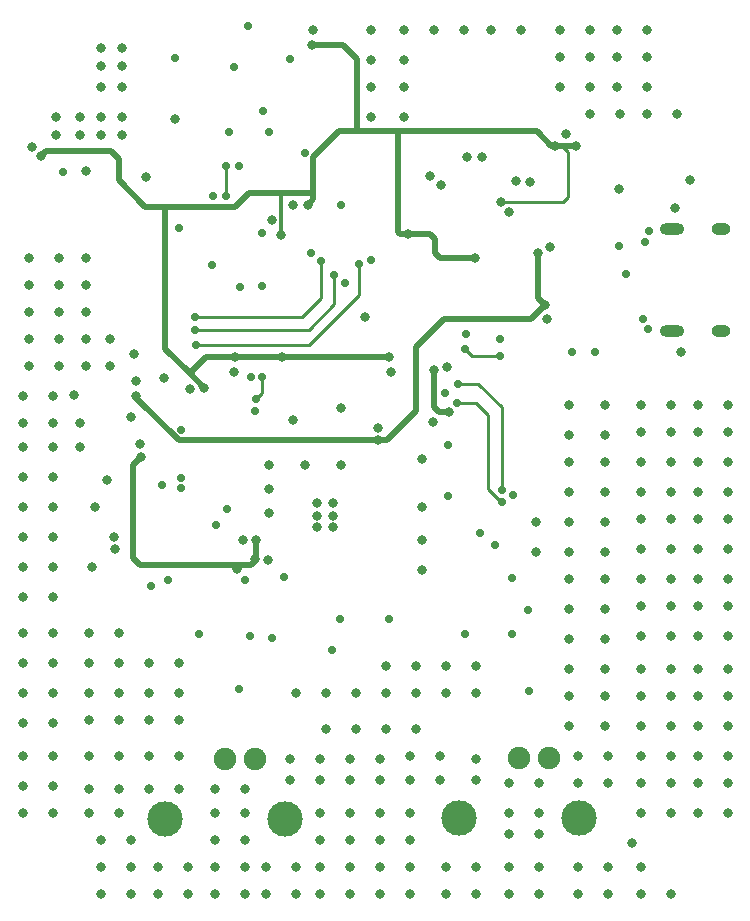
<source format=gbr>
%TF.GenerationSoftware,KiCad,Pcbnew,(6.0.9)*%
%TF.CreationDate,2022-11-20T17:42:03-05:00*%
%TF.ProjectId,Nemesis-MixSigPCB,4e656d65-7369-4732-9d4d-697853696750,rev?*%
%TF.SameCoordinates,Original*%
%TF.FileFunction,Copper,L4,Bot*%
%TF.FilePolarity,Positive*%
%FSLAX46Y46*%
G04 Gerber Fmt 4.6, Leading zero omitted, Abs format (unit mm)*
G04 Created by KiCad (PCBNEW (6.0.9)) date 2022-11-20 17:42:03*
%MOMM*%
%LPD*%
G01*
G04 APERTURE LIST*
%TA.AperFunction,ComponentPad*%
%ADD10C,1.900000*%
%TD*%
%TA.AperFunction,ComponentPad*%
%ADD11C,3.000000*%
%TD*%
%TA.AperFunction,ComponentPad*%
%ADD12O,1.600000X1.000000*%
%TD*%
%TA.AperFunction,ComponentPad*%
%ADD13O,2.100000X1.000000*%
%TD*%
%TA.AperFunction,ViaPad*%
%ADD14C,0.800000*%
%TD*%
%TA.AperFunction,ViaPad*%
%ADD15C,0.700000*%
%TD*%
%TA.AperFunction,Conductor*%
%ADD16C,0.500000*%
%TD*%
%TA.AperFunction,Conductor*%
%ADD17C,0.293370*%
%TD*%
%TA.AperFunction,Conductor*%
%ADD18C,0.300000*%
%TD*%
G04 APERTURE END LIST*
D10*
%TO.P,J400,1,In*%
%TO.N,/DAC/OUT*%
X80800000Y-127000000D03*
D11*
%TO.P,J400,2,Ext*%
%TO.N,GND*%
X75720000Y-132080000D03*
X85880000Y-132080000D03*
D10*
X83340000Y-127000000D03*
%TD*%
D12*
%TO.P,J200,S1,SHIELD*%
%TO.N,GND*%
X97922157Y-82212157D03*
D13*
X93742157Y-90852157D03*
D12*
X97922157Y-90852157D03*
D13*
X93742157Y-82212157D03*
%TD*%
D10*
%TO.P,J300,1,In*%
%TO.N,/ADC/IN*%
X55900000Y-127100000D03*
D11*
%TO.P,J300,2,Ext*%
%TO.N,GND*%
X50820000Y-132180000D03*
X60980000Y-132180000D03*
D10*
X58440000Y-127100000D03*
%TD*%
D14*
%TO.N,GND*%
X69544000Y-119222000D03*
X72084000Y-119222000D03*
X77164000Y-119222000D03*
X74624000Y-119222000D03*
X82244000Y-109570000D03*
X82244000Y-107030000D03*
X72592000Y-111094000D03*
X72592000Y-108554000D03*
X72592000Y-105760000D03*
X72592000Y-101696000D03*
X61670000Y-98394000D03*
X65734000Y-97378000D03*
X59638000Y-106268000D03*
X59638000Y-104236000D03*
X65734000Y-102204000D03*
X62686000Y-102204000D03*
X59638000Y-102204000D03*
X64464000Y-121508000D03*
X61924000Y-121508000D03*
X67004000Y-121508000D03*
X74624000Y-121508000D03*
X72084000Y-121508000D03*
X69544000Y-121508000D03*
X77164000Y-121508000D03*
X69544000Y-124556000D03*
X67004000Y-124556000D03*
X64464000Y-124556000D03*
X72084000Y-124556000D03*
X85038000Y-107030000D03*
X85038000Y-99664000D03*
X85038000Y-101950000D03*
X85038000Y-124302000D03*
X85038000Y-97124000D03*
X85038000Y-109570000D03*
X85038000Y-121762000D03*
X85038000Y-116936000D03*
X85038000Y-104490000D03*
X85038000Y-114396000D03*
X85038000Y-119476000D03*
X85038000Y-111856000D03*
X88086000Y-119476000D03*
X88086000Y-116936000D03*
X88086000Y-121762000D03*
X88086000Y-124302000D03*
X88086000Y-109570000D03*
X88086000Y-107030000D03*
X88086000Y-111856000D03*
X88086000Y-114396000D03*
X88086000Y-99664000D03*
X88086000Y-97124000D03*
X88086000Y-101950000D03*
X88086000Y-104490000D03*
X68274000Y-67914000D03*
X68274000Y-65374000D03*
X68274000Y-70200000D03*
X68274000Y-72740000D03*
X71068000Y-67914000D03*
X71068000Y-65374000D03*
X71068000Y-70200000D03*
X71068000Y-72740000D03*
X78434000Y-65374000D03*
X80974000Y-65374000D03*
X76148000Y-65374000D03*
X73608000Y-65374000D03*
X91642000Y-72486000D03*
X94182000Y-72486000D03*
X89356000Y-72486000D03*
X86816000Y-72486000D03*
X86816000Y-65374000D03*
X89102000Y-67660000D03*
X89102000Y-70200000D03*
X86816000Y-67660000D03*
X84276000Y-67660000D03*
X91642000Y-67660000D03*
X84276000Y-65374000D03*
X84276000Y-70200000D03*
X91642000Y-65374000D03*
X91642000Y-70200000D03*
X86816000Y-70200000D03*
X89102000Y-65374000D03*
X93674000Y-97124000D03*
X95960000Y-99410000D03*
X95960000Y-101950000D03*
X93674000Y-99410000D03*
X91134000Y-99410000D03*
X98500000Y-99410000D03*
X91134000Y-97124000D03*
X91134000Y-101950000D03*
X98500000Y-97124000D03*
X98500000Y-101950000D03*
X93674000Y-101950000D03*
X95960000Y-97124000D03*
X93674000Y-104490000D03*
X95960000Y-106776000D03*
X95960000Y-109316000D03*
X93674000Y-106776000D03*
X91134000Y-106776000D03*
X98500000Y-106776000D03*
X91134000Y-104490000D03*
X91134000Y-109316000D03*
X98500000Y-104490000D03*
X98500000Y-109316000D03*
X93674000Y-109316000D03*
X95960000Y-104490000D03*
X93674000Y-111856000D03*
X95960000Y-114142000D03*
X95960000Y-116682000D03*
X93674000Y-114142000D03*
X91134000Y-114142000D03*
X98500000Y-114142000D03*
X91134000Y-111856000D03*
X91134000Y-116682000D03*
X98500000Y-111856000D03*
X98500000Y-116682000D03*
X93674000Y-116682000D03*
X95960000Y-111856000D03*
X93674000Y-119476000D03*
X95960000Y-121762000D03*
X95960000Y-124302000D03*
X93674000Y-121762000D03*
X91134000Y-121762000D03*
X98500000Y-121762000D03*
X91134000Y-119476000D03*
X91134000Y-124302000D03*
X98500000Y-119476000D03*
X98500000Y-124302000D03*
X93674000Y-124302000D03*
X95960000Y-119476000D03*
X98500000Y-131668000D03*
X95960000Y-131668000D03*
X98500000Y-129128000D03*
X95960000Y-129128000D03*
X98500000Y-126842000D03*
X95960000Y-126842000D03*
X93674000Y-126842000D03*
X91134000Y-126842000D03*
X90372000Y-134208000D03*
X91134000Y-136240000D03*
X93674000Y-138526000D03*
X91134000Y-138526000D03*
X93674000Y-131668000D03*
X91134000Y-131668000D03*
X93674000Y-129128000D03*
X91134000Y-129128000D03*
X88340000Y-126842000D03*
X85800000Y-126842000D03*
X88340000Y-129128000D03*
X85800000Y-129128000D03*
X88340000Y-138526000D03*
X85800000Y-138526000D03*
X88340000Y-136240000D03*
X85800000Y-136240000D03*
X82498000Y-138526000D03*
X79958000Y-138526000D03*
X77164000Y-127096000D03*
X77164000Y-128874000D03*
X82498000Y-129128000D03*
X79958000Y-129128000D03*
X82498000Y-131668000D03*
X79958000Y-131668000D03*
X82498000Y-133446000D03*
X79958000Y-133446000D03*
X82498000Y-136240000D03*
X79958000Y-136240000D03*
X77164000Y-138526000D03*
X74624000Y-138526000D03*
X77164000Y-136240000D03*
X74624000Y-136240000D03*
X74116000Y-126842000D03*
X71576000Y-126842000D03*
X74116000Y-128874000D03*
X71576000Y-128874000D03*
X71576000Y-138526000D03*
X69036000Y-138526000D03*
X71576000Y-136240000D03*
X69036000Y-136240000D03*
X71576000Y-133954000D03*
X69036000Y-133954000D03*
X71576000Y-131668000D03*
X69036000Y-131668000D03*
X69036000Y-127096000D03*
X66496000Y-127096000D03*
X69036000Y-128874000D03*
X66496000Y-128874000D03*
X61924000Y-138526000D03*
X59384000Y-138526000D03*
X61924000Y-136240000D03*
X59384000Y-136240000D03*
X66496000Y-138526000D03*
X63956000Y-138526000D03*
X66496000Y-136240000D03*
X63956000Y-136240000D03*
X66496000Y-133954000D03*
X63956000Y-133954000D03*
X66496000Y-131668000D03*
X63956000Y-131668000D03*
X63956000Y-128874000D03*
X61416000Y-128874000D03*
X63956000Y-127096000D03*
X61416000Y-127096000D03*
X52780000Y-138526000D03*
X50240000Y-138526000D03*
X52780000Y-136240000D03*
X50240000Y-136240000D03*
X57606000Y-138526000D03*
X55066000Y-138526000D03*
X57606000Y-136240000D03*
X55066000Y-136240000D03*
X57606000Y-133954000D03*
X55066000Y-133954000D03*
X57606000Y-131668000D03*
X55066000Y-131668000D03*
X57606000Y-129636000D03*
X55066000Y-129636000D03*
X47954000Y-138526000D03*
X45414000Y-138526000D03*
X47954000Y-136240000D03*
X45414000Y-136240000D03*
X47954000Y-133954000D03*
X45414000Y-133954000D03*
X46938000Y-131668000D03*
X44398000Y-131668000D03*
X49478000Y-129636000D03*
X52018000Y-129636000D03*
X46938000Y-129636000D03*
X44398000Y-129636000D03*
X49478000Y-126842000D03*
X52018000Y-126842000D03*
X46938000Y-126842000D03*
X44398000Y-126842000D03*
X52018000Y-123794000D03*
X49478000Y-123794000D03*
X46938000Y-123794000D03*
X44398000Y-123794000D03*
X52018000Y-121508000D03*
X49478000Y-121508000D03*
X52018000Y-118968000D03*
X49478000Y-118968000D03*
X46938000Y-121508000D03*
X44398000Y-121508000D03*
X46938000Y-118968000D03*
X44398000Y-118968000D03*
X46938000Y-116428000D03*
X44398000Y-116428000D03*
X44652000Y-110840000D03*
X44906000Y-105760000D03*
X45922000Y-103474000D03*
X47954000Y-98140000D03*
X44144000Y-77312000D03*
X49224000Y-77820000D03*
X50748000Y-94838000D03*
X48208000Y-92806000D03*
X41350000Y-131668000D03*
X38810000Y-131668000D03*
X41350000Y-129382000D03*
X38810000Y-129382000D03*
X41350000Y-126842000D03*
X38810000Y-126842000D03*
X41350000Y-124048000D03*
X38810000Y-124048000D03*
X41308895Y-121480731D03*
X38768895Y-121480731D03*
X41350000Y-118968000D03*
X38810000Y-118968000D03*
X41350000Y-116428000D03*
X38810000Y-116428000D03*
X41350000Y-113380000D03*
X38810000Y-113380000D03*
X41350000Y-110840000D03*
X38810000Y-110840000D03*
X41350000Y-108300000D03*
X38810000Y-108300000D03*
X41350000Y-105760000D03*
X38810000Y-105760000D03*
X41350000Y-103220000D03*
X38810000Y-103220000D03*
X38810000Y-100680000D03*
X41350000Y-100680000D03*
X43636000Y-100680000D03*
X38810000Y-96362000D03*
X38810000Y-98648000D03*
X41350000Y-98648000D03*
X43636000Y-98648000D03*
X41350000Y-96362000D03*
X46176000Y-93822000D03*
X46176000Y-91536000D03*
X39318000Y-93822000D03*
X44144000Y-93822000D03*
X41858000Y-93822000D03*
X39318000Y-91536000D03*
X44144000Y-91536000D03*
X41858000Y-91536000D03*
X39318000Y-89250000D03*
X44144000Y-89250000D03*
X41858000Y-89250000D03*
X39318000Y-86964000D03*
X44144000Y-86964000D03*
X41858000Y-86964000D03*
X44144000Y-84678000D03*
X41858000Y-84678000D03*
X39318000Y-84678000D03*
X41604000Y-74264000D03*
X43636000Y-74264000D03*
X47192000Y-74264000D03*
X45414000Y-74264000D03*
X41604000Y-72740000D03*
X43636000Y-72740000D03*
X45414000Y-72740000D03*
X47192000Y-72740000D03*
X47192000Y-70200000D03*
X45414000Y-70200000D03*
X45414000Y-68422000D03*
X47192000Y-68422000D03*
X47192000Y-66898000D03*
X45414000Y-66898000D03*
X73550000Y-98510000D03*
D15*
X65640000Y-115190000D03*
D14*
X63680000Y-105400000D03*
D15*
X87200000Y-92630000D03*
X89852157Y-86042157D03*
X65720000Y-80200000D03*
D14*
X61660000Y-80180000D03*
D15*
X59067500Y-82540000D03*
X91782157Y-82382157D03*
D14*
X46490000Y-108280000D03*
D15*
X89270000Y-83600000D03*
X59160000Y-72230000D03*
D14*
X48410000Y-95090000D03*
D15*
X91742157Y-90702157D03*
X57100000Y-76880000D03*
X78760000Y-108930000D03*
X76320000Y-91070000D03*
X79220000Y-91530000D03*
X80310000Y-104740000D03*
X56640000Y-68490000D03*
X69800000Y-115240000D03*
D14*
X51710000Y-72910000D03*
D15*
X56080000Y-105900000D03*
D14*
X48750000Y-100410000D03*
D15*
X91462157Y-83262157D03*
X57070000Y-121150000D03*
X51040000Y-111890000D03*
X85280000Y-92640000D03*
D14*
X46550000Y-109250000D03*
D15*
X52160000Y-103290000D03*
D14*
X63680000Y-107430000D03*
X69940000Y-94260000D03*
X93990000Y-80440000D03*
X89300000Y-78840000D03*
D15*
X52150000Y-104150000D03*
D14*
X79940000Y-80720000D03*
D15*
X52210000Y-99170000D03*
D14*
X95310000Y-78020000D03*
D15*
X57570000Y-111950000D03*
X91312157Y-89772157D03*
D14*
X39550000Y-75260000D03*
D15*
X53680000Y-116470000D03*
X74790000Y-100440000D03*
X56240000Y-74000000D03*
X74760000Y-104810000D03*
D14*
X67740000Y-89610000D03*
X74690000Y-93850000D03*
D15*
X62640000Y-75730000D03*
X55170000Y-107280000D03*
X58997500Y-87060000D03*
X74540000Y-96110000D03*
D14*
X59550000Y-110200000D03*
D15*
X52017500Y-82120000D03*
X80230000Y-111730000D03*
D14*
X76420000Y-76130000D03*
D15*
X81650000Y-121310000D03*
X57197500Y-87070000D03*
D14*
X80560000Y-78150000D03*
X68860000Y-99010000D03*
D15*
X76250000Y-116480000D03*
X57870000Y-65000000D03*
X60900000Y-111650000D03*
X64980000Y-117830000D03*
X57990000Y-116690000D03*
D14*
X57390000Y-108490000D03*
D15*
X68267500Y-84790000D03*
D14*
X43130000Y-96270000D03*
X74180000Y-78480000D03*
D15*
X59650000Y-73990000D03*
D14*
X65040000Y-105410000D03*
D15*
X80200000Y-116450000D03*
X58470000Y-97620000D03*
D14*
X84750000Y-74150000D03*
X83140000Y-89790000D03*
X81760000Y-78180000D03*
X65030000Y-106500000D03*
X59880000Y-81430000D03*
X83420000Y-83760000D03*
D15*
X51700000Y-67740000D03*
X42160000Y-77360000D03*
D14*
X52970000Y-95750000D03*
D15*
X61390000Y-67770000D03*
X66060000Y-86750000D03*
D14*
X56700000Y-94270000D03*
X65060000Y-107440000D03*
X94490000Y-92600000D03*
X73240000Y-77730000D03*
D15*
X77490000Y-107970000D03*
X54860000Y-79390000D03*
X50610000Y-103870000D03*
D14*
X63680000Y-106510000D03*
D15*
X49655000Y-112455000D03*
D14*
X77630000Y-76110000D03*
D15*
X81570000Y-114410000D03*
X63197500Y-84200000D03*
X58090000Y-94730000D03*
D14*
X63340000Y-65320000D03*
D15*
X54837500Y-85200000D03*
X59880000Y-116850000D03*
D14*
%TO.N,+5V*%
X68870000Y-100070000D03*
X82970000Y-88660000D03*
X82370000Y-84230000D03*
X48390000Y-96300000D03*
%TO.N,+3.3VA*%
X48790000Y-101520000D03*
X56940000Y-110960000D03*
X58470000Y-110156185D03*
X58500000Y-108550000D03*
%TO.N,+3V3*%
X60770000Y-93050000D03*
X54130000Y-95620000D03*
X74850000Y-97720000D03*
X60680000Y-82730000D03*
X63300000Y-66600000D03*
X40330000Y-76030000D03*
X62900000Y-80130000D03*
X73560000Y-94160000D03*
X79290000Y-79920000D03*
X69750000Y-93050000D03*
X77050000Y-84650000D03*
X71370000Y-82630000D03*
X56710000Y-93050000D03*
X83880000Y-75150000D03*
X85610000Y-75130000D03*
D15*
%TO.N,SPI2_NSS*%
X79180000Y-92910000D03*
X76260000Y-92340000D03*
%TO.N,SPI1_NSS*%
X59040000Y-94760000D03*
X58510000Y-96580000D03*
%TO.N,/MCU/TIM4_CH3*%
X64060000Y-84870000D03*
X53350000Y-89650000D03*
%TO.N,/MCU/TIM4_CH1*%
X67270000Y-85150000D03*
X53440000Y-92050000D03*
%TO.N,/MCU/TIM4_CH2*%
X53370000Y-90750000D03*
X65170000Y-86110000D03*
%TO.N,/MCU/SWO*%
X55950000Y-79380000D03*
X55970000Y-76880000D03*
%TO.N,DAC_NCLR*%
X79350000Y-105330000D03*
X75520000Y-96910000D03*
%TO.N,DAC_NLDAC*%
X75610000Y-95290000D03*
X79370000Y-104250000D03*
%TD*%
D16*
%TO.N,+5V*%
X74410000Y-89850000D02*
X72370000Y-91890000D01*
X82370000Y-88060000D02*
X82970000Y-88660000D01*
X82370000Y-84230000D02*
X82370000Y-88060000D01*
X72080000Y-97630000D02*
X69640000Y-100070000D01*
X51978629Y-100070000D02*
X48390000Y-96481371D01*
X82970000Y-88660000D02*
X82460000Y-89170000D01*
X72370000Y-91890000D02*
X72080000Y-92180000D01*
X75120000Y-89850000D02*
X74410000Y-89850000D01*
X69640000Y-100070000D02*
X68870000Y-100070000D01*
X82460000Y-89170000D02*
X81780000Y-89850000D01*
X72080000Y-92180000D02*
X72080000Y-97630000D01*
X68870000Y-100070000D02*
X51978629Y-100070000D01*
X81780000Y-89850000D02*
X75120000Y-89850000D01*
X48390000Y-96481371D02*
X48390000Y-96300000D01*
%TO.N,+3.3VA*%
X58500000Y-110126185D02*
X58470000Y-110156185D01*
X48140000Y-110020000D02*
X48140000Y-102170000D01*
X58140000Y-110600000D02*
X57610000Y-110600000D01*
X58500000Y-108550000D02*
X58500000Y-110126185D01*
X58470000Y-110156185D02*
X58470000Y-110270000D01*
X57610000Y-110600000D02*
X48720000Y-110600000D01*
X48720000Y-110600000D02*
X48140000Y-110020000D01*
X48140000Y-102170000D02*
X48790000Y-101520000D01*
X58470000Y-110270000D02*
X58140000Y-110600000D01*
%TO.N,+3V3*%
X74130000Y-84650000D02*
X73700000Y-84220000D01*
X49150000Y-80330000D02*
X46900000Y-78080000D01*
X60770000Y-93050000D02*
X56710000Y-93050000D01*
X56710000Y-93050000D02*
X54280000Y-93050000D01*
D17*
X84910000Y-75640000D02*
X84450000Y-75180000D01*
X84420000Y-75150000D02*
X83880000Y-75150000D01*
D16*
X46900000Y-76290000D02*
X46220000Y-75610000D01*
X67070000Y-73900000D02*
X65570000Y-73900000D01*
D18*
X60680000Y-82730000D02*
X60680000Y-79160000D01*
D16*
X40750000Y-75610000D02*
X40330000Y-76030000D01*
X56740000Y-80330000D02*
X50840000Y-80330000D01*
X45990000Y-75610000D02*
X40750000Y-75610000D01*
D17*
X84540000Y-79890000D02*
X84910000Y-79520000D01*
X84450000Y-75180000D02*
X84420000Y-75150000D01*
D16*
X60650000Y-79130000D02*
X57940000Y-79130000D01*
X63380000Y-79130000D02*
X63380000Y-79630000D01*
X85610000Y-75130000D02*
X83490000Y-75130000D01*
X63380000Y-79630000D02*
X63380000Y-79650000D01*
X63300000Y-66600000D02*
X63350000Y-66650000D01*
X70760000Y-82630000D02*
X70540000Y-82410000D01*
X69750000Y-93050000D02*
X60770000Y-93050000D01*
X50840000Y-92330000D02*
X52920000Y-94410000D01*
X63380000Y-79130000D02*
X60650000Y-79130000D01*
X70540000Y-82410000D02*
X70540000Y-73900000D01*
X46220000Y-75610000D02*
X45990000Y-75610000D01*
D17*
X84910000Y-79520000D02*
X84910000Y-75880000D01*
D16*
X50840000Y-80330000D02*
X50840000Y-92330000D01*
X73290000Y-82630000D02*
X71370000Y-82630000D01*
X65570000Y-73900000D02*
X63380000Y-76090000D01*
X70540000Y-73900000D02*
X67070000Y-73900000D01*
X46900000Y-78080000D02*
X46900000Y-76290000D01*
D17*
X84510000Y-79920000D02*
X84540000Y-79890000D01*
D16*
X74030000Y-97720000D02*
X74850000Y-97720000D01*
X71370000Y-82630000D02*
X70760000Y-82630000D01*
X82260000Y-73900000D02*
X70540000Y-73900000D01*
X73560000Y-94160000D02*
X73560000Y-97250000D01*
X63350000Y-66650000D02*
X65920000Y-66650000D01*
X52920000Y-94410000D02*
X54130000Y-95620000D01*
X73700000Y-83040000D02*
X73290000Y-82630000D01*
X63380000Y-76090000D02*
X63380000Y-79130000D01*
X54280000Y-93050000D02*
X52920000Y-94410000D01*
X77050000Y-84650000D02*
X74130000Y-84650000D01*
D17*
X84910000Y-75880000D02*
X84910000Y-75640000D01*
D16*
X67070000Y-67800000D02*
X67070000Y-73900000D01*
D18*
X60680000Y-79160000D02*
X60650000Y-79130000D01*
D16*
X65920000Y-66650000D02*
X67070000Y-67800000D01*
D17*
X79290000Y-79920000D02*
X84510000Y-79920000D01*
D16*
X63380000Y-79650000D02*
X62900000Y-80130000D01*
X83490000Y-75130000D02*
X82380000Y-74020000D01*
X82380000Y-74020000D02*
X82260000Y-73900000D01*
X73700000Y-84220000D02*
X73700000Y-83040000D01*
X57940000Y-79130000D02*
X56740000Y-80330000D01*
X73560000Y-97250000D02*
X74030000Y-97720000D01*
X50840000Y-80330000D02*
X49150000Y-80330000D01*
D17*
%TO.N,SPI2_NSS*%
X76830000Y-92910000D02*
X76260000Y-92340000D01*
X79180000Y-92910000D02*
X76830000Y-92910000D01*
%TO.N,SPI1_NSS*%
X58510000Y-96580000D02*
X59040000Y-96050000D01*
X59040000Y-96050000D02*
X59040000Y-94760000D01*
%TO.N,/MCU/TIM4_CH3*%
X64000000Y-86415262D02*
X64000000Y-88050000D01*
X63993315Y-86408577D02*
X64000000Y-86415262D01*
X64000000Y-88050000D02*
X62400000Y-89650000D01*
X62400000Y-89650000D02*
X53350000Y-89650000D01*
X64060000Y-84870000D02*
X63993315Y-84936685D01*
X63993315Y-84936685D02*
X63993315Y-86408577D01*
%TO.N,/MCU/TIM4_CH1*%
X67250000Y-85170000D02*
X67250000Y-87750000D01*
X67270000Y-85150000D02*
X67250000Y-85170000D01*
X62980000Y-92020000D02*
X53470000Y-92020000D01*
X67250000Y-87750000D02*
X62980000Y-92020000D01*
X53470000Y-92020000D02*
X53440000Y-92050000D01*
%TO.N,/MCU/TIM4_CH2*%
X62990000Y-90750000D02*
X53370000Y-90750000D01*
X65170000Y-86110000D02*
X65170000Y-88570000D01*
X65170000Y-88570000D02*
X62990000Y-90750000D01*
%TO.N,/MCU/SWO*%
X55950000Y-76900000D02*
X55970000Y-76880000D01*
X55950000Y-79380000D02*
X55950000Y-76900000D01*
%TO.N,DAC_NCLR*%
X75520000Y-96910000D02*
X77150000Y-96910000D01*
X79270000Y-105330000D02*
X79350000Y-105330000D01*
X77150000Y-96910000D02*
X78140000Y-97900000D01*
X78140000Y-104200000D02*
X79270000Y-105330000D01*
X78140000Y-97900000D02*
X78140000Y-104200000D01*
%TO.N,DAC_NLDAC*%
X79370000Y-97300000D02*
X79370000Y-104250000D01*
X77360000Y-95290000D02*
X79370000Y-97300000D01*
X75610000Y-95290000D02*
X77360000Y-95290000D01*
%TD*%
M02*

</source>
